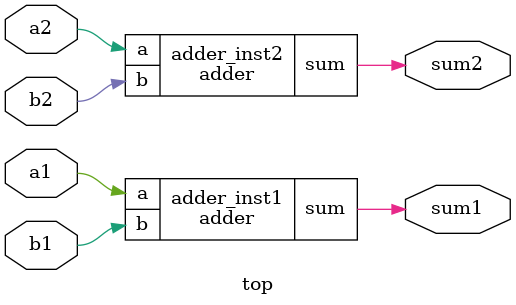
<source format=v>
module multiplier (
    input wire a,
    input wire b,
    output wire product
);
    assign product = a & b; // 简单的位乘法（按位与）
endmodule
module adder (
    input wire a,
    input wire b,
    output wire sum
);
    wire product; // 中间信号用于连接 multiplier 的输出

    // 实例化 multiplier 模块
    multiplier mult_inst (
        .a(a),
        .b(b),
        .product(product)
    );

    // 加法器的输出依赖于 multiplier 的输出
    assign sum = a ^ b ^ product; // 简单的位加法，包含 multiplier 的结果
endmodule
module top (
    input wire a1, b1,
    input wire a2, b2,
    output wire sum1,
    output wire sum2
);
    // 实例化第一个 adder 模块
    adder adder_inst1 (
        .a(a1),
        .b(b1),
        .sum(sum1)
    );

    // 实例化第二个 adder 模块
    adder adder_inst2 (
        .a(a2),
        .b(b2),
        .sum(sum2)
    );
endmodule

</source>
